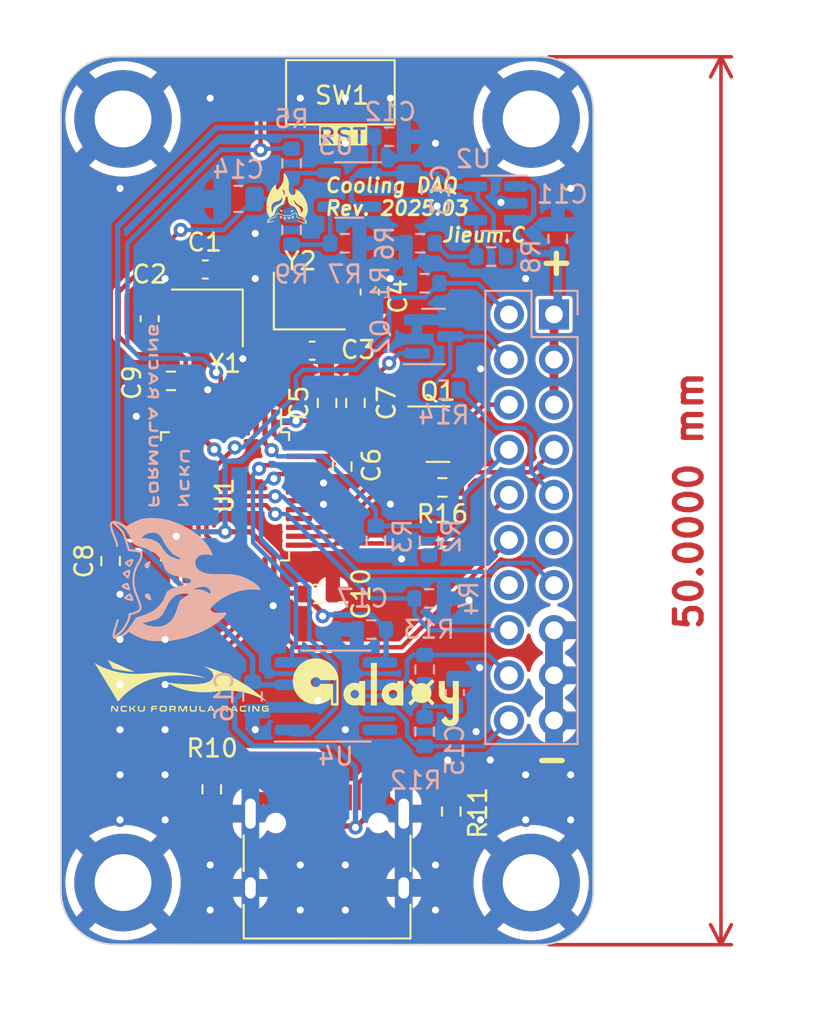
<source format=kicad_pcb>
(kicad_pcb (version 20221018) (generator pcbnew)
  (layers (0 "F.Cu" signal) (31 "B.Cu" signal) (34 "B.Paste" user) (35 "F.Paste" user) (36 "B.SilkS" user "B.Silkscreen") (37 "F.SilkS" user "F.Silkscreen") (38 "B.Mask" user) (39 "F.Mask" user) (44 "Edge.Cuts" user))
  (net 0 "")
  (net 1 "/RCC_OSC_IN")
  (net 2 "GND")
  (net 3 "/RCC_OSC_OUT")
  (net 4 "/LSE_IN")
  (net 5 "/LSE_OUT")
  (net 6 "+3V3")
  (net 7 "VDC")
  (net 8 "+5V")
  (net 9 "SYS_JTMS-SWDIO")
  (net 10 "SYS_JTCK-SWCLK")
  (net 11 "USART1")
  (net 12 "USART2")
  (net 13 "PT_signal")
  (net 14 "TIM1_CH1")
  (net 15 "Net-(J7-CC1)")
  (net 16 "USB_D-")
  (net 17 "USB_D+")
  (net 19 "Net-(J7-CC2)")
  (net 21 "ADC_CH1")
  (net 22 "Net-(SW1-B)")
  (net 23 "Net-(U2-ADJ)")
  (net 24 "Net-(U3-ADJ)")
  (net 46 "Net-(C15-Pad1)")
  (net 47 "CAN_TX")
  (net 48 "CAN_RX")
  (net 50 "CAN-")
  (net 51 "CAN+")
  (net 52 "PWM_OUT")
  (net 53 "PWM_OUT_2")
  (net 54 "PUMP_PWR")
  (net 55 "FAN_PWR")
  (net 56 "PUMP_PWM")
  (net 57 "FAN_PWM")
  (footprint "MountingHole:MountingHole_3.2mm_M3_ISO14580_Pad" (layer "F.Cu") (at 158.5 140.5)
    (fp_text reference "H4" hide)
    (fp_text value "MountingHole_Pad")
  )
  (footprint "Resistor_SMD:R_0603_1608Metric" (layer "F.Cu") (at 154 136.5 -90)
    (fp_text reference "R11")
    (fp_text value "5k1")
  )
  (footprint "MountingHole:MountingHole_3.2mm_M3_ISO14580_Pad" (layer "F.Cu") (at 135.5 140.5)
    (fp_text reference "H3" hide)
    (fp_text value "MountingHole_Pad")
  )
  (footprint "logo:fire_shark_4mm" (layer "F.Cu") (at 144.8 102)
    (fp_text reference "G***" hide)
    (fp_text value "LOGO" hide)
  )
  (footprint "Capacitor_SMD:C_0603_1608Metric" (layer "F.Cu") (at 140.136 105.976 180)
    (fp_text reference "C1")
    (fp_text value "20p")
  )
  (footprint "MountingHole:MountingHole_3.2mm_M3_ISO14580_Pad" (layer "F.Cu") (at 135.5 97.5)
    (fp_text reference "H2" hide)
    (fp_text value "MountingHole_Pad")
  )
  (footprint "Resistor_SMD:R_0603_1608Metric" (layer "F.Cu") (at 148.6 113.5 90)
    (fp_text reference "C7")
    (fp_text value "1u")
  )
  (footprint "Package_QFP:LQFP-48_7x7mm_P0.5mm" (layer "F.Cu") (at 141.25 118.75 -90)
    (fp_text reference "U1")
    (fp_text value "STM32F103C8Tx")
  )
  (footprint "Resistor_SMD:R_0603_1608Metric" (layer "F.Cu") (at 134.8 122.4 -90)
    (fp_text reference "C8")
    (fp_text value "100n")
  )
  (footprint "Resistor_SMD:R_0603_1608Metric" (layer "F.Cu") (at 153.5 118.25)
    (fp_text reference "R16")
    (fp_text value "10k")
  )
  (footprint "Capacitor_SMD:C_0603_1608Metric" (layer "F.Cu") (at 137 108.75 90)
    (fp_text reference "C2")
    (fp_text value "20p")
  )
  (footprint "logo:nckufs_logo_10mm" (layer "F.Cu") (at 138.8 129.4)
    (fp_text reference "G***" hide)
    (fp_text value "LOGO" hide)
  )
  (footprint "Resistor_SMD:R_0603_1608Metric" (layer "F.Cu") (at 146.5 124.25)
    (fp_text reference "C10")
    (fp_text value "100n")
  )
  (footprint "MountingHole:MountingHole_3.2mm_M3_ISO14580_Pad" (layer "F.Cu") (at 158.5 97.5)
    (fp_text reference "H1" hide)
    (fp_text value "MountingHole_Pad")
  )
  (footprint "Button_Switch_SMD:SW_SPST_FSMSM" (layer "F.Cu") (at 147.75 96 180)
    (fp_text reference "SW1")
    (fp_text value "SW_SPST")
  )
  (footprint "Connector_USB:USB_C_Receptacle_HRO_TYPE-C-31-M-12" (layer "F.Cu") (at 147 139.75)
    (fp_text reference "J7" hide)
    (fp_text value "USB_C_Receptacle_USB2.0_16P")
  )
  (footprint "Crystal:Crystal_SMD_SeikoEpson_FA238-4Pin_3.2x2.5mm" (layer "F.Cu") (at 140.25 108.708 180)
    (fp_text reference "Y1")
    (fp_text value "8M")
  )
  (footprint "Package_TO_SOT_SMD:SOT-23" (layer "F.Cu") (at 153.25 115.25)
    (fp_text reference "Q1")
    (fp_text value "2N7002")
  )
  (footprint "Capacitor_SMD:C_0603_1608Metric" (layer "F.Cu") (at 149.4 107.25 -90)
    (fp_text reference "C4")
    (fp_text value "20p")
  )
  (footprint "Resistor_SMD:R_0603_1608Metric" (layer "F.Cu") (at 138.202 112.25 180)
    (fp_text reference "C9")
    (fp_text value "100n")
  )
  (footprint "logo:galaxy_logo_10mm" (layer "F.Cu") (at 149.8 129.8)
    (fp_text reference "G***" hide)
    (fp_text value "LOGO" hide)
  )
  (footprint "Resistor_SMD:R_0603_1608Metric" (layer "F.Cu") (at 140.5 135.25 -90)
    (fp_text reference "R10")
    (fp_text value "5k1")
  )
  (footprint "Crystal:Crystal_SMD_SeikoEpson_FA238-4Pin_3.2x2.5mm" (layer "F.Cu") (at 146 107.75)
    (fp_text reference "Y2")
    (fp_text value "32.768k")
  )
  (footprint "Resistor_SMD:R_0603_1608Metric" (layer "F.Cu") (at 147 113.5 90)
    (fp_text reference "C5")
    (fp_text value "100n")
  )
  (footprint "Resistor_SMD:R_0603_1608Metric" (layer "F.Cu") (at 147.854 117.075 -90)
    (fp_text reference "C6")
    (fp_text value "100n")
  )
  (footprint "Capacitor_SMD:C_0603_1608Metric" (layer "F.Cu") (at 146.161 110.55)
    (fp_text reference "C3")
    (fp_text value "20p")
  )
  (footprint "Resistor_SMD:R_0603_1608Metric" (layer "B.Cu") (at 145 103.75 -90)
    (fp_text reference "R9")
    (fp_text value "165k")
  )
  (footprint "Resistor_SMD:R_0603_1608Metric" (layer "B.Cu") (at 148 104.5 180)
    (fp_text reference "R7")
    (fp_text value "100k")
  )
  (footprint "Capacitor_SMD:C_0603_1608Metric" (layer "B.Cu") (at 154.2 129.8 90)
    (fp_text reference "C15")
    (fp_text value "1u")
  )
  (footprint "Resistor_SMD:R_0603_1608Metric" (layer "B.Cu") (at 152.25 104.5)
    (fp_text reference "R6")
    (fp_text value "100k")
  )
  (footprint "Connector_PinHeader_2.54mm:PinHeader_2x10_P2.54mm_Vertical" (layer "B.Cu") (at 159.79 108.51 180)
    (fp_text reference "J1" hide)
    (fp_text value "Conn_02x10_Odd_Even")
  )
  (footprint "Resistor_SMD:R_0603_1608Metric" (layer "B.Cu") (at 153.575 112.75)
    (fp_text reference "R14")
    (fp_text value "10k")
  )
  (footprint "Package_TO_SOT_SMD:SOT-23-5" (layer "B.Cu") (at 156.5 102.25 180)
    (fp_text reference "U2")
    (fp_text value "AP2204K-ADJ")
  )
  (footprint "Resistor_SMD:R_0805_2012Metric" (layer "B.Cu") (at 142 102 180)
    (fp_text reference "C14")
    (fp_text value "10u")
  )
  (footprint "Resistor_SMD:R_0603_1608Metric" (layer "B.Cu") (at 152.75 124.5)
    (fp_text reference "R4")
    (fp_text value "4.7k")
  )
  (footprint "Resistor_SMD:R_0603_1608Metric" (layer "B.Cu") (at 150.5 98.5)
    (fp_text reference "C12")
    (fp_text value "1u")
  )
  (footprint "Resistor_SMD:R_0603_1608Metric" (layer "B.Cu") (at 149.5 126.25 180)
    (fp_text reference "C17")
    (fp_text value "100n")
  )
  (footprint "Package_TO_SOT_SMD:SOT-23" (layer "B.Cu") (at 153 109.75)
    (fp_text reference "Q2")
    (fp_text value "2N7002")
  )
  (footprint "Package_TO_SOT_SMD:SOT-23-5" (layer "B.Cu") (at 148.25 101.5 180)
    (fp_text reference "U3")
    (fp_text value "AP2204K-ADJ")
  )
  (footprint "Resistor_SMD:R_0603_1608Metric" (layer "B.Cu") (at 152.75 121.25 90)
    (fp_text reference "R2")
    (fp_text value "47k")
  )
  (footprint "Resistor_SMD:R_0805_2012Metric" (layer "B.Cu") (at 151.6 101.5 -90)
    (fp_text reference "C13")
    (fp_text value "10u")
  )
  (footprint "Resistor_SMD:R_0603_1608Metric" (layer "B.Cu") (at 152.5 106.75 180)
    (fp_text reference "R1")
    (fp_text value "4.7k")
  )
  (footprint "Resistor_SMD:R_0603_1608Metric" (layer "B.Cu") (at 142.8 130.025 -90)
    (fp_text reference "C16")
    (fp_text value "100n")
  )
  (footprint "Package_SO:SOIC-8_3.9x4.9mm_P1.27mm" (layer "B.Cu") (at 147.5 130)
    (fp_text reference "U4")
    (fp_text value "SN65HVD256D")
  )
  (footprint "Resistor_SMD:R_0603_1608Metric" (layer "B.Cu") (at 152.5 128.5 90)
    (fp_text reference "R13")
    (fp_text value "60R")
  )
  (footprint "Resistor_SMD:R_0603_1608Metric" (layer "B.Cu") (at 156.25 105.25 180)
    (fp_text reference "R8")
    (fp_text value "301k")
  )
  (footprint "Resistor_SMD:R_0603_1608Metric" (layer "B.Cu") (at 149.75 121.25 -90)
    (fp_text reference "R3")
    (fp_text value "100k")
  )
  (footprint "Resistor_SMD:R_0603_1608Metric" (layer "B.Cu") (at 160 104.25 90)
    (fp_text reference "C11")
    (fp_text value "1u")
  )
  (footprint "Resistor_SMD:R_0603_1608Metric" (layer "B.Cu") (at 145 100 90)
    (fp_text reference "R5")
    (fp_text value "10k")
  )
  (footprint "logo:fire_shark_logo_20mm" (layer "B.Cu") (at 139.563963 118.188058 90)
    (fp_text reference "G***" hide)
    (fp_text value "LOGO" hide)
  )
  (footprint "Resistor_SMD:R_0603_1608Metric" (layer "B.Cu") (at 152.5 132 90)
    (fp_text reference "R12")
    (fp_text value "60R")
  )
  (gr_line (start 132 97) (end 132 140.97868) (stroke (width 0.1)) (layer "Edge.Cuts"))
  (gr_arc (start 162 141) (mid 161.12132 143.12132) (end 159 144) (stroke (width 0.1)) (layer "Edge.Cuts"))
  (gr_line (start 135 143.97868) (end 159 144) (stroke (width 0.1)) (layer "Edge.Cuts"))
  (gr_line (start 135 94) (end 159 94) (stroke (width 0.1)) (layer "Edge.Cuts"))
  (gr_arc (start 159 94) (mid 161.12132 94.87868) (end 162 97) (stroke (width 0.1)) (layer "Edge.Cuts"))
  (gr_line (start 162 141) (end 162 97) (stroke (width 0.1)) (layer "Edge.Cuts"))
  (gr_arc (start 135 143.9787) (mid 132.878673 143.100013) (end 132 140.97868) (stroke (width 0.1)) (layer "Edge.Cuts"))
  (gr_arc (start 132 97) (mid 132.87868 94.87868) (end 135 94) (stroke (width 0.1)) (layer "Edge.Cuts"))
  (gr_text "RST" (at 146.38125 98.9375) (layer "F.SilkS" knockout) (effects (font (size 0.8 1)) (justify left bottom)))
  (gr_text "Jieum.C\n" (at 153.4 104.5) (layer "F.SilkS") (effects (font (size 0.8 0.8) (thickness 0.16) bold italic) (justify left bottom)))
  (gr_text "+" (at 158.8 106.4) (layer "F.SilkS") (effects (font (size 1.5 1.5) (thickness 0.3) bold) (justify left bottom)))
  (gr_text "-" (at 160.8 134.4) (layer "F.SilkS") (effects (font (size 1.5 1.5) (thickness 0.3) bold) (justify left bottom mirror)))
  (gr_text "Cooling DAQ\nRev. 2025.03\n" (at 146.8 103) (layer "F.SilkS") (effects (font (size 0.8 0.8) (thickness 0.16) bold italic) (justify left bottom)))
  (dimension (type aligned) (layer "F.Cu") (pts (xy 159 94) (xy 159 144)) (height -10.2) (gr_text "50.0000 mm" (at 167.4 119 90) (layer "F.Cu") (effects (font (size 1.5 1.5) (thickness 0.3)))) (format (prefix "") (suffix "") (units 3) (units_format 1) (precision 4)) (style (thickness 0.2) (arrow_length 1.27) (text_position_mode 0) (extension_height 0.58642) (extension_offset 0.5) keep_text_aligned))
  (segment (start 142 112.663208) (end 142 114.5875) (width 0.25) (layer "F.Cu") (net 1))
  (segment (start 140.911 107.469) (end 141.35 107.908) (width 0.25) (layer "F.Cu") (net 1))
  (segment (start 143 108.5) (end 143 111.663208) (width 0.25) (layer "F.Cu") (net 1))
  (segment (start 141.35 107.908) (end 142.408 107.908) (width 0.25) (layer "F.Cu") (net 1))
  (segment (start 140.911 105.976) (end 140.911 107.469) (width 0.25) (layer "F.Cu") (net 1))
  (segment (start 142.408 107.908) (end 143 108.5) (width 0.25) (layer "F.Cu") (net 1))
  (segment (start 143 111.663208) (end 142 112.663208) (width 0.25) (layer "F.Cu") (net 1))
  (segment (start 137.377 112.25) (end 137.377 113.123) (width 0.25) (layer "F.Cu") (net 2))
  (segment (start 146.8 118) (end 147.754 118) (width 0.25) (layer "F.Cu") (net 2))
  (segment (start 140.2755 112.75) (end 140.25 112.7755) (width 0.25) (layer "F.Cu") (net 2))
  (segment (start 142.25 111) (end 141.35 110.1) (width 0.25) (layer "F.Cu") (net 2))
  (segment (start 135.75 114.75) (end 136.25 114.25) (width 0.25) (layer "F.Cu") (net 2))
  (segment (start 150.405 135.705) (end 151.32 136.62) (width 0.3) (layer "F.Cu") (net 2))
  (segment (start 143.75 135.705) (end 143.595 135.705) (width 0.3) (layer "F.Cu") (net 2))
  (segment (start 150.25 135.705) (end 150.405 135.705) (width 0.3) (layer "F.Cu") (net 2))
  (segment (start 145.4125 118) (end 146.8 118) (width 0.25) (layer "F.Cu") (net 2))
  (segment (start 140.25 113.397918) (end 140.5 113.647918) (width 0.25) (layer "F.Cu") (net 2))
  (segment (start 146.8 117) (end 146.8 118) (width 0.25) (layer "F.Cu") (net 2))
  (segment (start 142.68 136.62) (end 142.835 136.62) (width 0.25) (layer "F.Cu") (net 2))
  (segment (start 141.35 110.1) (end 141.35 109.508) (width 0.25) (layer "F.Cu") (net 2))
  (segment (start 146.3 116.5) (end 146.8 117) (width 0.25) (layer "F.Cu") (net 2))
  (segment (start 140.25 112.7755) (end 140.25 113.397918) (width 0.25) (layer "F.Cu") (net 2))
  (segment (start 143.595 135.705) (end 142.68 136.62) (width 0.3) (layer "F.Cu") (net 2))
  (segment (start 137.377 113.123) (end 136.25 114.25) (width 0.25) (layer "F.Cu") (net 2))
  (segment (start 140.5 113.647918) (end 140.5 114.5875) (width 0.25) (layer "F.Cu") (net 2))
  (segment (start 143.5 122.9125) (end 143.5 124.448684) (width 0.3) (layer "F.Cu") (net 2))
  (segment (start 137.0875 121) (end 136.284314 121) (width 0.25) (layer "F.Cu") (net 2))
  (segment (start 136.284314 121) (end 135.75 120.465686) (width 0.25) (layer "F.Cu") (net 2))
  (segment (start 135.75 120.465686) (end 135.75 114.75) (width 0.25) (layer "F.Cu") (net 2))
  (segment (start 143.5 124.448684) (end 143.962829 124.911513) (width 0.3) (layer "F.Cu") (net 2))
  (segment (start 147.754 118) (end 147.854 117.9) (width 0.25) (layer "F.Cu") (net 2))
  (segment (start 145.4125 116.5) (end 146.3 116.5) (width 0.25) (layer "F.Cu") (net 2))
  (via (at 135.33 134.43) (size 0.8) (drill 0.4) (layers "F.Cu" "B.Cu") (net 2))
  (via (at 142.25 111) (size 0.8) (drill 0.4) (layers "F.Cu" "B.Cu") (net 2))
  (via (at 137.87 126.81) (size 0.8) (drill 0.4) (layers "F.Cu" "B.Cu") (net 2))
  (via (at 145.49 142.05) (size 0.8) (drill 0.4) (layers "F.Cu" "B.Cu") (net 2))
  (via (at 136.25 114.25) (size 0.8) (drill 0.4) (layers "F.Cu" "B.Cu") (net 2))
  (via (at 135.33 124.27) (size 0.8) (drill 0.4) (layers "F.Cu" "B.Cu") (net 2))
  (via (at 140.2755 112.75) (size 0.8) (drill 0.4) (layers "F.Cu" "B.Cu") (net 2))
  (via (at 148.03 139.51) (size 0.8) (drill 0.4) (layers "F.Cu" "B.Cu") (net 2))
  (via (at 148.03 98.87) (size 0.8) (drill 0.4) (layers "F.Cu" "B.Cu") (net 2))
  (via (at 148.03 131.89) (size 0.8) (drill 0.4) (layers "F.Cu" "B.Cu") (net 2))
  (via (at 140.41 142.05) (size 0.8) (drill 0.4) (layers "F.Cu" "B.Cu") (net 2))
  (via (at 142.95 106.49) (size 0.8) (drill 0.4) (layers "F.Cu" "B.Cu") (net 2))
  (via (at 137.87 106.49) (size 0.8) (drill 0.4) (layers "F.Cu" "B.Cu") (net 2))
  (via (at 140.41 96.33) (size 0.8) (drill 0.4) (layers "F.Cu" "B.Cu") (net 2))
  (via (at 153.2 102.4) (size 0.8) (drill 0.4) (layers "F.Cu" "B.Cu") (net 2))
  (via (at 151.2 122.275) (size 0.8) (drill 0.4) (layers "F.Cu" "B.Cu") (net 2))
  (via (at 146.5 130.25) (size 0.8) (drill 0.4) (layers "F.Cu" "B.Cu") (net 2))
  (via (at 135.33 136.97) (size 0.8) (drill 0.4) (layers "F.Cu" "B.Cu") (net 2))
  (via (at 137.87 131.89) (size 0.8) (drill 0.4) (layers "F.Cu" "B.Cu") (net 2))
  (via (at 160.73 134.43) (size 0.8) (drill 0.4) (layers "F.Cu" "B.Cu") (net 2))
  (via (at 143.962829 124.911513) (size 0.8) (drill 0.4) (layers "F.Cu" "B.Cu") (net 2))
  (via (at 148.03 142.05) (size 0.8) (drill 0.4) (layers "F.Cu" "B.Cu") (net 2))
  (via (at 158.19 106.49) (size 0.8) (drill 0.4) (layers "F.Cu" "B.Cu") (net 2))
  (via (at 142.95 103.95) (size 0.8) (drill 0.4) (layers "F.Cu" "B.Cu") (net 2))
  (via (at 135.33 101.41) (size 0.8) (drill 0.4) (layers "F.Cu" "B.Cu") (net 2))
  (via (at 153.8 133.6) (size 0.8) (drill 0.4) (layers "F.Cu" "B.Cu") (net 2))
  (via (at 158.19 134.43) (size 0.8) (drill 0.4) (layers "F.Cu" "B.Cu") (net 2))
  (via (at 153.11 98.87) (size 0.8) (drill 0.4) (layers "F.Cu" "B.Cu") (net 2))
  (via (at 146.8 119.2) (size 0.8) (drill 0.4) (layers "F.Cu" "B.Cu") (net 2))
  (via (at 145.49 96.33) (size 0.8) (drill 0.4) (layers "F.Cu" "B.Cu") (net 2))
  (via (at 160.73 136.97) (size 0.8) (drill 0.4) (layers "F.Cu" "B.Cu") (net 2))
  (via (at 156.2 133.6) (size 0.8) (drill 0.4) (layers "F.Cu" "B.Cu") (net 2))
  (via (at 145.49 139.51) (size 0.8) (drill 0.4) (layers "F.Cu" "B.Cu") (net 2))
  (via (at 158.19 136.97) (size 0.8) (drill 0.4) (layers "F.Cu" "B.Cu") (net 2))
  (via (at 135.33 131.89) (size 0.8) (drill 0.4) (layers "F.Cu" "B.Cu") (net 2))
  (via (at 150.57 106.49) (size 0.8) (drill 0.4) (layers "F.Cu" "B.Cu") (net 2))
  (via (at 155.6 128.4) (size 0.8) (drill 0.4) (layers "F.Cu" "B.Cu") (net 2))
  (via (at 137.87 134.43) (size 0.8) (drill 0.4) (layers "F.Cu" "B.Cu") (net 2))
  (via (at 140.41 139.51) (size 0.8) (drill 0.4) (layers "F.Cu" "B.Cu") (net 2))
  (via (at 153.11 142.05) (size 0.8) (drill 0.4) (layers "F.Cu" "B.Cu") (net 2))
  (via (at 155.4 132) (size 0.8) (drill 0.4) (layers "F.Cu" "B.Cu") (net 2))
  (via (at 156.8 102.2) (size 0.8) (drill 0.4) (layers "F.Cu" "B.Cu") (net 2))
  (via (at 153.11 139.51) (size 0.8) (drill 0.4) (layers "F.Cu" "B.Cu") (net 2))
  (via (at 135.33 126.81) (size 0.8) (drill 0.4) (layers "F.Cu" "B.Cu") (net 2))
  (via (at 142.95 131.89) (size 0.8) (drill 0.4) (layers "F.Cu" "B.Cu") (net 2))
  (via (at 150.57 119.19) (size 0.8) (drill 0.4) (layers "F.Cu" "B.Cu") (net 2))
  (via (at 155 124.6) (size 0.8) (drill 0.4) (layers "F.Cu" "B.Cu") (net 2))
  (via (at 150.57 96.33) (size 0.8) (drill 0.4) (layers "F.Cu" "B.Cu") (net 2))
  (via (at 137.87 136.97) (size 0.8) (drill 0.4) (layers "F.Cu" "B.Cu") (net 2))
  (via (at 160.73 101.41) (size 0.8) (drill 0.4) (layers "F.Cu" "B.Cu") (net 2))
  (via (at 135.33 129.35) (size 0.8) (drill 0.4) (layers "F.Cu" "B.Cu") (net 2))
  (via (at 146.8 118) (size 0.8) (drill 0.4) (layers "F.Cu" "B.Cu") (net 2))
  (via (at 148.03 96.33) (size 0.8) (drill 0.4) (layers "F.Cu" "B.Cu") (net 2))
  (via (at 155.65 111.57) (size 0.8) (drill 0.4) (layers "F.Cu" "B.Cu") (net 2))
  (via (at 137.87 129.35) (size 0.8) (drill 0.4) (layers "F.Cu" "B.Cu") (net 2))
  (via (at 155.65 136.97) (size 0.8) (drill 0.4) (layers "F.Cu" "B.Cu") (net 2))
  (segment (start 140.2755 112.75) (end 141.25 112.75) (width 0.25) (layer "B.Cu") (net 2))
  (segment (start 146.115 130.635) (end 146.5 130.25) (width 0.25) (layer "B.Cu") (net 2))
  (segment (start 145.025 130.635) (end 146.115 130.635) (width 0.25) (layer "B.Cu") (net 2))
  (segment (start 156.85 102.25) (end 156.8 102.2) (width 0.25) (layer "B.Cu") (net 2))
  (segment (start 150.6875 101.5) (end 151.6 102.4125) (width 0.3) (layer "B.Cu") (net 2))
  (segment (start 157.6375 102.25) (end 156.85 102.25) (width 0.25) (layer "B.Cu") (net 2))
  (segment (start 141.25 112.75) (end 142.25 111.75) (width 0.25) (layer "B.Cu") (net 2))
  (segment (start 149.3875 101.5) (end 150.6875 101.5) (width 0.3) (layer "B.Cu") (net 2))
  (segment (start 142.25 111.75) (end 142.25 111) (width 0.25) (layer "B.Cu") (net 2))
  (segment (start 139.525 109.525) (end 137 109.525) (width 0.25) (layer "F.Cu") (net 3))
  (segment (start 141.5 114.5875) (end 141.5 111.5) (width 0.25) (layer "F.Cu") (net 3))
  (segment (start 141.5 111.5) (end 139.525 109.525) (width 0.25) (layer "F.Cu") (net 3))
  (segment (start 144.65 109.814) (end 145.386 110.55) (width 0.25) (layer "F.Cu") (net 4))
  (segment (start 143 114.5875) (end 143 112.936) (width 0.25) (layer "F.Cu") (net 4))
  (segment (start 143 112.936) (end 145.386 110.55) (width 0.25) (layer "F.Cu") (net 4))
  (segment (start 144.65 108.55) (end 144.65 109.814) (width 0.25) (layer "F.Cu") (net 4))
  (segment (start 143.5 107.5) (end 144.05 106.95) (width 0.25) (layer "F.Cu") (net 5))
  (segment (start 149.4 106.475) (end 147.575 106.475) (width 0.25) (layer "F.Cu") (net 5))
  (segment (start 147.575 106.475) (end 147.1 106.95) (width 0.25) (layer "F.Cu") (net 5))
  (segment (start 142.55 113.734314) (end 142.55 112.749604) (width 0.25) (layer "F.Cu") (net 5))
  (segment (start 143.5 111.799604) (end 143.5 107.5) (width 0.25) (layer "F.Cu") (net 5))
  (segment (start 144.05 106.95) (end 147.1 106.95) (width 0.25) (layer "F.Cu") (net 5))
  (segment (start 142.475 114.5625) (end 142.5 114.5875) (width 0.25) (layer "F.Cu") (net 5))
  (segment (start 142.55 112.749604) (end 143.5 111.799604) (width 0.25) (layer "F.Cu") (net 5))
  (segment (start 142.525 113.759314) (end 142.55 113.734314) (width 0.25) (layer "F.Cu") (net 5))
  (segment (start 142.525 114.5625) (end 142.525 113.759314) (width 0.25) (layer "F.Cu") (net 5))
  (segment (start 142.5 114.5875) (end 142.525 114.5625) (width 0.25) (layer "F.Cu") (net 5))
  (segment (start 144.2 124.2) (end 145.625 124.2) (width 0.3) (layer "F.Cu") (net 6))
  (segment (start 148.5 114.325) (end 148.75 114.075) (width 0.25) (layer "F.Cu") (net 6))
  (segment (start 145.1625 114.5875) (end 145.25 114.5) (width 0.3) (layer "F.Cu") (net 6))
  (segment (start 138.75 103.75) (end 135.254769 107.245231) (width 0.25) (layer "F.Cu") (net 6))
  (segment (start 144 122.9125) (end 144 124) (width 0.3) (layer "F.Cu") (net 6))
  (segment (start 145.25 114.5) (end 146.825 114.5) (width 0.25) (layer "F.Cu") (net 6))
  (segment (start 139.027 112.146) (end 139.027 112.811314) (width 0.25) (layer "F.Cu") (net 6))
  (segment (start 146.75 125.5) (end 146.75 125.325) (width 0.3) (layer "F.Cu") (net 6))
  (segment (start 137.0875 121.5) (end 134.875 121.5) (width 0.3) (layer "F.Cu") (net 6))
  (segment (start 145.625 124.2) (end 145.675 124.25) (width 0.3) (layer "F.Cu") (net 6))
  (segment (start 147.854 116.25) (end 147.604 116) (width 0.3) (layer "F.Cu") (net 6))
  (segment (start 144 122.07188) (end 144 122.9125) (width 0.3) (layer "F.Cu") (net 6))
  (segment (start 135.254769 107.245231) (end 135.254769 109.745231) (width 0.25) (layer "F.Cu") (net 6))
  (segment (start 140 115.475402) (end 140.637299 116.112701) (width 0.3) (layer "F.Cu") (net 6))
  (segment (start 138 121.5) (end 137.0875 121.5) (width 0.3) (layer "F.Cu") (net 6))
  (segment (start 146.75 125.325) (end 145.675 124.25) (width 0.3) (layer "F.Cu") (net 6))
  (segment (start 135.254769 109.745231) (end 135.504769 109.995231) (width 0.25) (layer "F.Cu") (net 6))
  (segment (start 139.027 111.027) (end 139.027 112.25) (width 0.25) (layer "F.Cu") (net 6))
  (segment (start 147.604 116) (end 145.4125 116) (width 0.3) (layer "F.Cu") (net 6))
  (segment (start 144 114.5875) (end 145.1625 114.5875) (width 0.3) (layer "F.Cu") (net 6))
  (segment (start 144 124) (end 144.2 124.2) (width 0.3) (layer "F.Cu") (net 6))
  (segment (start 142.67812 120.75) (end 144 122.07188) (width 0.3) (layer "F.Cu") (net 6))
  (segment (start 139.027 112.811314) (end 140 113.784314) (width 0.25) (layer "F.Cu") (net 6))
  (segment (start 147 114.325) (end 148.6 114.325) (width 0.3) (layer "F.Cu") (net 6))
  (segment (start 144.75 116) (end 144 115.25) (width 0.25) (layer "F.Cu") (net 6))
  (segment (start 138.5 121) (end 138 121.5) (width 0.3) (layer "F.Cu") (net 6))
  (segment (start 146.825 114.5) (end 147 114.325) (width 0.25) (layer "F.Cu") (net 6))
  (segment (start 136.259538 110.75) (end 138.75 110.75) (width 0.25) (layer "F.Cu") (net 6))
  (segment (start 134.875 121.5) (end 134.8 121.575) (width 0.3) (layer "F.Cu") (net 6))
  (segment (start 138.75 110.75) (end 139.027 111.027) (width 0.25) (layer "F.Cu") (net 6))
  (segment (start 144 115.25) (end 144 114.5875) (width 0.25) (layer "F.Cu") (net 6))
  (segment (start 141.25 120.75) (end 142.67812 120.75) (width 0.3) (layer "F.Cu") (net 6))
  (segment (start 135.504769 109.995231) (end 136.259538 110.75) (width 0.25) (layer "F.Cu") (net 6))
  (segment (start 145.4125 116) (end 144.75 116) (width 0.25) (layer "F.Cu") (net 6))
  (segment (start 140 114.5875) (end 140 115.475402) (width 0.3) (layer "F.Cu") (net 6))
  (segment (start 140 113.784314) (end 140 114.5875) (width 0.25) (layer "F.Cu") (net 6))
  (via (at 141.25 120.75) (size 0.8) (drill 0.4) (layers "F.Cu" "B.Cu") (net 6))
  (via (at 138.5 121) (size 0.8) (drill 0.4) (layers "F.Cu" "B.Cu") (net 6))
  (via (at 146.75 125.5) (size 0.8) (drill 0.4) (layers "F.Cu" "B.Cu") (net 6))
  (via (at 145.25 114.5) (size 0.8) (drill 0.4) (layers "F.Cu" "B.Cu") (net 6))
  (via (at 140.637299 116.112701) (size 0.8) (drill 0.4) (layers "F.Cu" "B.Cu") (net 6))
  (via (at 138.75 103.75) (size 0.8) (drill 0.4) (layers "F.Cu" "B.Cu") (net 6))
  (segment (start 145.275 100.55) (end 145 100.825) (width 0.25) (layer "B.Cu") (net 6))
  (segment (start 144.465907 114.5) (end 145.25 114.5) (width 0.3) (layer "B.Cu") (net 6))
  (segment (start 150.325 126.25) (end 150.325 127.745) (width 0.3) (layer "B.Cu") (net 6))
  (segment (start 145 102.925) (end 145 100.825) (width 0.25) (layer "B.Cu") (net 6))
  (segment (start 147.1125 100.55) (end 145.275 100.55) (width 0.25) (layer "B.Cu") (net 6))
  (segment (start 141.25 116.725402) (end 140.637299 116.112701) (width 0.3) (layer "B.Cu") (net 6))
  (segment (start 143.825 102) (end 145 100.825) (width 0.25) (layer "B.Cu") (net 6))
  (segment (start 141.1625 103.75) (end 138.75 103.75) (width 0.25) (layer "B.Cu") (net 6))
  (segment (start 141.25 120.75) (end 141.25 116.725402) (width 0.3) (layer "B.Cu") (net 6))
  (segment (start 142.19659 116.769317) (end 144.465907 114.5) (width 0.3) (layer "B.Cu") (net 6))
  (segment (start 138.75 120.75) (end 138.5 121) (width 0.3) (layer "B.Cu") (net 6))
  (segment (start 150.325 127.745) (end 149.975 128.095) (width 0.3) (layer "B.Cu") (net 6))
  (segment (start 149.5 125.425) (end 150.325 126.25) (width 0.3) (layer "B.Cu") (net 6))
  (segment (start 142.9125 102) (end 141.1625 103.75) (width 0.25) (layer "B.Cu") (net 6))
  (segment (start 141.293915 116.769317) (end 142.19659 116.769317) (width 0.3) (layer "B.Cu") (net 6))
  (segment (start 146.825 125.425) (end 149.5 125.425) (width 0.3) (layer "B.Cu") (net 6))
  (segment (start 140.637299 116.112701) (end 141.293915 116.769317) (width 0.3) (layer "B.Cu") (net 6))
  (segment (start 142.9125 102) (end 143.825 102) (width 0.25) (layer "B.Cu") (net 6))
  (segment (start 146.75 125.5) (end 146.825 125.425) (width 0.3) (layer "B.Cu") (net 6))
  (segment (start 141.25 120.75) (end 138.75 120.75) (width 0.3) (layer "B.Cu") (net 6))
  (segment (start 159.79 108.51) (end 159.79 113.59) (width 0.5) (layer "F.Cu") (net 7))
  (segment (start 158.65 102.899999) (end 158.349999 103.2) (width 0.3) (layer "B.Cu") (net 7))
  (segment (start 160 105.075) (end 160 108.3) (width 0.5) (layer "B.Cu") (net 7))
  (segment (start 160 108.3) (end 159.79 108.51) (width 0.25) (layer "B.Cu") (net 7))
  (segment (start 157.6375 104.0375) (end 158.675 105.075) (width 0.4) (layer "B.Cu") (net 7))
  (segment (start 158.5 101.3) (end 158.65 101.45) (width 0.3) (layer "B.Cu") (net 7))
  (segment (start 158.65 101.45) (end 158.65 102.899999) (width 0.3) (layer "B.Cu") (net 7))
  (segment (start 158.675 105.075) (end 159.5125 105.075) (width 0.4) (layer "B.Cu") (net 7))
  (segment (start 157.6375 101.3) (end 158.5 101.3) (width 0.3) (layer "B.Cu") (net 7))
  (segment (start 157.6375 103.2) (end 157.6375 104.0375) (width 0.4) (layer "B.Cu") (net 7))
  (segment (start 158.349999 103.2) (end 157.6375 103.2) (width 0.3) (layer "B.Cu") (net 7))
  (segment (start 159.5125 105.075) (end 160 105.075) (width 0.25) (layer "B.Cu") (net 7))
  (segment (start 148.515 137.315) (end 145.300305 137.315) (width 0.3) (layer "F.Cu") (net 8))
  (segment (start 144.55 136.564695) (end 144.55 135.705) (width 0.3) (layer "F.Cu") (net 8))
  (segment (start 148.6 137.4) (end 148.614695 137.4) (width 0.3) (layer "F.Cu") (net 8))
  (segment (start 145.300305 137.315) (end 144.55 136.564695) (width 0.3) (layer "F.Cu") (net 8))
  (segment (start 149.45 136.564695) (end 149.45 135.705) (width 0.3) (layer "F.Cu") (net 8))
  (segment (start 148.614695 137.4) (end 149.45 136.564695) (width 0.3) (layer "F.Cu") (net 8))
  (segment (start 148.6 137.4) (end 148.515 137.315) (width 0.3) (layer "F.Cu") (net 8))
  (via (at 148.6 137.4) (size 0.8) (drill 0.4) (layers "F.Cu" "B.Cu") (net 8))
  (segment (start 157.075 105.0617) (end 156.3849 104.3716) (width 0.25) (layer "B.Cu") (net 8))
  (segment (start 148.6 137.4) (end 148.6 134) (width 0.3) (layer "B.Cu") (net 8))
  (segment (start 148.6 134) (end 147.4 132.8) (width 0.3) (layer "B.Cu") (net 8))
  (segment (start 147.4 132.8) (end 142.799339 132.8) (width 0.3) (layer "B.Cu") (net 8))
  (segment (start 149 98) (end 140.75 98) (width 0.3) (layer "B.Cu") (net 8))
  (segment (start 135.2 103.55) (end 135.2 120.2) (width 0.3) (layer "B.Cu") (net 8))
  (segment (start 153.1875 100.5875) (end 153.3 100.7) (width 0.3) (layer "B.Cu") (net 8))
  (segment (start 149.675 98.5) (end 149.675 100.2625) (width 0.3) (layer "B.Cu") (net 8))
  (segment (start 155.5 102.003248) (end 155.5 101.4375) (width 0.25) (layer "B.Cu") (net 8))
  (segment (start 142.8 127.8) (end 142.8 129.2) (width 0.3) (layer "B.Cu") (net 8))
  (segment (start 148.375 100.900001) (end 148.375 102.1) (width 0.3) (layer "B.Cu") (net 8))
  (segment (start 153.9 101.3) (end 153.3 100.7) (width 0.3) (layer "B.Cu") (net 8))
  (segment (start 156.3849 104.3716) (end 156.3849 102.888148) (width 0.25) (layer "B.Cu") (net 8))
  (segment (start 149.675 100.2625) (end 149.3875 100.55) (width 0.3) (layer "B.Cu") (net 8))
  (segment (start 140.75 98) (end 135.2 103.55) (width 0.3) (layer "B.Cu") (net 8))
  (segment (start 153.5 100.9) (end 153.9 101.3) (width 0.25) (layer "B.Cu") (net 8))
  (segment (start 142.799339 132.8) (end 141.8 131.800661) (width 0.3) (layer "B.Cu") (net 8))
  (segment (start 148.725 102.45) (end 149.3875 102.45) (width 0.3) (layer "B.Cu") (net 8))
  (segment (start 141.8 130.2) (end 142.8 129.2) (width 0.3) (layer "B.Cu") (net 8))
  (segment (start 151.6 100.5875) (end 153.1875 100.5875) (width 0.3) (layer "B.Cu") (net 8))
  (segment (start 153.3 100.7) (end 153.5 100.9) (width 0.3) (layer "B.Cu") (net 8))
  (segment (start 155.5 101.4375) (end 155.3625 101.3) (width 0.25) (layer "B.Cu") (net 8))
  (segment (start 157.075 105.25) (end 157.075 105.0617) (width 0.25) (layer "B.Cu") (net 8))
  (segment (start 151.6 100.5875) (end 149.425 100.5875) (width 0.3) (layer "B.Cu") (net 8))
  (segment (start 141.8 131.800661) (end 141.8 130.2) (width 0.3) (layer "B.Cu") (net 8))
  (segment (start 149.3875 98.7875) (end 149.675 98.5) (width 0.25) (layer "B.Cu") (net 8))
  (segment (start 149.425 100.5875) (end 149.3875 100.55) (width 0.3) (layer "B.Cu") (net 8))
  (segment (start 155.3625 101.3) (end 153.9 101.3) (width 0.3) (layer "B.Cu") (net 8))
  (segment (start 149.175 98) (end 149 98) (width 0.3) (layer "B.Cu") (net 8))
  (segment (start 148.375 102.1) (end 148.725 102.45) (width 0.3) (layer "B.Cu") (net 8))
  (segment (start 156.3849 102.888148) (end 155.5 102.003248) (width 0.25) (layer "B.Cu") (net 8))
  (segment (start 145.025 129.365) (end 142.965 129.365) (width 0.3) (layer "B.Cu") (net 8))
  (segment (start 149.675 98.5) (end 149.175 98) (width 0.3) (layer "B.Cu") (net 8))
  (segment (start 135.2 120.2) (end 142.8 127.8) (width 0.3) (layer "B.Cu") (net 8))
  (segment (start 149.3875 100.55) (end 148.725001 100.55) (width 0.3) (layer "B.Cu") (net 8))
  (segment (start 148.725001 100.55) (end 148.375 100.900001) (width 0.3) (layer "B.Cu") (net 8))
  (segment (start 142.965 129.365) (end 142.8 129.2) (width 0.3) (layer "B.Cu") (net 8))
  (segment (start 143 125) (end 145.25 127.25) (width 0.25) (layer "F.Cu") (net 9))
  (segment (start 143 122.9125) (end 143 125) (width 0.25) (layer "F.Cu") (net 9))
  (segment (start 145.25 127.25) (end 151.21 127.25) (width 0.25) (layer "F.Cu") (net 9))
  (segment (start 151.21 127.25) (end 157.25 121.21) (width 0.25) (layer "F.Cu") (net 9))
  (segment (start 147.486396 121.4) (end 154.52 121.4) (width 0.25) (layer "F.Cu") (net 10))
  (segment (start 145.4125 121.5) (end 147.386396 121.5) (width 0.25) (layer "F.Cu") (net 10))
  (segment (start 154.52 121.4) (end 157.25 118.67) (width 0.25) (layer "F.Cu") (net 10))
  (segment (start 147.386396 121.5) (end 147.486396 121.4) (width 0.25) (layer "F.Cu") (net 10))
  (segment (start 144.0755 119.749503) (end 144.049698 119.749503) (width 0.25) (layer "F.Cu") (net 11))
  (segment (start 140.2 119.936396) (end 140.2 120.95) (width 0.25) (layer "F.Cu") (net 11))
  (segment (start 140.886396 119.25) (end 140.2 119.936396) (width 0.25) (layer "F.Cu") (net 11))
  (segment (start 141 121.75) (end 141 122.9125) (width 0.25) (layer "F.Cu") (net 11))
  (segment (start 140.2 120.95) (end 141 121.75) (width 0.25) (layer "F.Cu") (net 11))
  (segment (start 143.550195 119.25) (end 140.886396 119.25) (width 0.25) (layer "F.Cu") (net 11))
  (segment (start 144.049698 119.749503) (end 143.550195 119.25) (width 0.25) (layer "F.Cu") (net 11))
  (via (at 144.0755 119.749503) (size 0.8) (drill 0.4) (layers "F.Cu" "B.Cu") (net 11))
  (segment (start 144.749503 119.749503) (end 149.5 124.5) (width 0.25) (layer "B.Cu") (net 11))
  (segment (start 149.5 124.5) (end 151.925 124.5) (width 0.25) (layer "B.Cu") (net 11))
  (segment (start 151.925 125.425) (end 152.79 126.29) (width 0.25) (layer "B.Cu") (net 11))
  (segment (start 144.0755 119.749503) (end 144.749503 119.749503) (width 0.25) (layer "B.Cu") (net 11))
  (segment (start 152.79 126.29) (end 157.25 126.29) (width 0.25) (layer "B.Cu") (net 11))
  (segment (start 151.925 124.5) (end 151.925 125.425) (width 0.25) (layer "B.Cu") (net 11))
  (segment (start 141.8 116) (end 140.8 117) (width 0.25) (layer "F.Cu") (net 12))
  (segment (start 140.8 117) (end 140.107236 117) (width 0.25) (layer "F.Cu") (net 12))
  (segment (start 140.107236 117) (end 138.5 115.392764) (width 0.25) (layer "F.Cu") (net 12))
  (segment (start 138.5 115.392764) (end 138.5 114.5875) (width 0.25) (layer "F.Cu") (net 12))
  (via (at 141.8 116) (size 0.8) (drill 0.4) (layers "F.Cu" "B.Cu") (net 12))
  (segment (start 145.25 112) (end 145.625 111.625) (width 0.25) (layer "B.Cu") (net 12))
  (segment (start 150.5 109.75) (end 150.5 107.75) (width 0.25) (layer "B.Cu") (net 12))
  (segment (start 150.5 107.75) (end 150.7 107.55) (width 0.25) (layer "B.Cu") (net 12))
  (segment (start 148.625 111.625) (end 150.5 109.75) (width 0.25) (layer "B.Cu") (net 12))
  (segment (start 150.7 107.55) (end 152.525 107.55) (width 0.25) (layer "B.Cu") (net 12))
  (segment (start 152.525 107.55) (end 153.325 106.75) (width 0.25) (layer "B.Cu") (net 12))
  (segment (start 155.49 106.75) (end 157.25 108.51) (width 0.25) (layer "B.Cu") (net 12))
  (segment (start 142.25 116) (end 145.25 113) (width 0.25) (layer "B.Cu") (net 12))
  (segment (start 141.8 116) (end 142.25 116) (width 0.25) (layer "B.Cu") (net 12))
  (segment (start 145.25 113) (end 145.25 112) (width 0.25) (layer "B.Cu") (net 12))
  (segment (start 153.325 106.75) (end 155.49 106.75) (width 0.25) (layer "B.Cu") (net 12))
  (segment (start 145.625 111.625) (end 148.625 111.625) (width 0.25) (layer "B.Cu") (net 12))
  (segment (start 152.75 122.075) (end 154.75 120.075) (width 0.25) (layer "B.Cu") (net 13))
  (segment (start 154.75 118.63) (end 157.25 116.13) (width 0.25) (layer "B.Cu") (net 13))
  (segment (start 154.75 120.075) (end 154.75 118.63) (width 0.25) (layer "B.Cu") (net 13))
  (segment (start 144.0755 118.75) (end 140.75 118.75) (width 0.25) (layer "F.Cu") (net 14))
  (segment (start 159.79 123.54) (end 159.79 123.75) (width 0.25) (layer "F.Cu") (net 14))
  (segment (start 140.75 118.75) (end 139.75 119.75) (width 0.25) (layer "F.Cu") (net 14))
  (segment (start 139.75 119.75) (end 139.75 121.359314) (width 0.25) (layer "F.Cu") (net 14))
  (segment (start 139.75 121.359314) (end 140.5 122.109314) (width 0.25) (layer "F.Cu") (net 14))
  (segment (start 140.5 122.109314) (end 140.5 122.9125) (width 0.25) (layer "F.Cu") (net 14))
  (via (at 144.0755 118.75) (size 0.8) (drill 0.4) (layers "F.Cu" "B.Cu") (net 14))
  (segment (start 158.54 122.5) (end 159.79 123.75) (width 0.25) (layer "B.Cu") (net 14))
  (segment (start 144.5 118.75) (end 148.75 123) (width 0.25) (layer "B.Cu") (net 14))
  (segment (start 148.75 123) (end 156.25 123) (width 0.25) (layer "B.Cu") (net 14))
  (segment (start 156.25 123) (end 156.75 122.5) (width 0.25) (layer "B.Cu") (net 14))
  (segment (start 144.0755 118.75) (end 144.5 118.75) (width 0.25) (layer "B.Cu") (net 14))
  (segment (start 156.75 122.5) (end 158.54 122.5) (width 0.25) (layer "B.Cu") (net 14))
  (segment (start 145.75 134.87038) (end 145.37962 134.5) (width 0.25) (layer "F.Cu") (net 15))
  (segment (start 145.75 135.705) (end 145.75 134.87038) (width 0.25) (layer "F.Cu") (net 15))
  (segment (start 145.37962 134.5) (end 140.75 134.5) (width 0.25) (layer "F.Cu") (net 15))
  (segment (start 146.25 134.75) (end 146.698223 134.301777) (width 0.25) (layer "F.Cu") (net 16))
  (segment (start 142 125.896446) (end 142 122.9125) (width 0.25) (layer "F.Cu") (net 16))
  (segment (start 146.25 135.705) (end 146.25 134.75) (width 0.25) (layer "F.Cu") (net 16))
  (segment (start 140 127.896446) (end 142 125.896446) (width 0.25) (layer "F.Cu") (net 16))
  (segment (start 147.25 134.853554) (end 146.698223 134.301777) (width 0.25) (layer "F.Cu") (net 16))
  (segment (start 141.646446 133.75) (end 140 132.103554) (width 0.25) (layer "F.Cu") (net 16))
  (segment (start 140 132.103554) (end 140 127.896446) (width 0.25) (layer "F.Cu") (net 16))
  (segment (start 146.698223 134.301777) (end 146.146446 133.75) (width 0.25) (layer "F.Cu") (net 16))
  (segment (start 147.25 135.705) (end 147.25 134.853554) (width 0.25) (layer "F.Cu") (net 16))
  (segment (start 146.146446 133.75) (end 141.646446 133.75) (width 0.25) (layer "F.Cu") (net 16))
  (segment (start 140.5 128.103554) (end 142.5 126.103554) (width 0.25) (layer "F.Cu") (net 17))
  (segment (start 147.75 134.646446) (end 146.353554 133.25) (width 0.25) (layer "F.Cu") (net 17))
  (segment (start 146.353554 133.25) (end 141.853554 133.25) (width 0.25) (layer "F.Cu") (net 17))
  (segment (start 147.75 136.53962) (end 147.75 135.705) (width 0.25) (layer "F.Cu") (net 17))
  (segment (start 147.75 135.705) (end 147.75 134.646446) (width 0.25) (layer "F.Cu") (net 17))
  (segment (start 140.5 131.896446) (end 140.5 128.103554) (width 0.25) (layer "F.Cu") (net 17))
  (segment (start 146.96538 136.755) (end 147.53462 136.755) (width 0.25) (layer "F.Cu") (net 17))
  (segment (start 146.75 135.705) (end 146.75 136.53962) (width 0.25) (layer "F.Cu") (net 17))
  (segment (start 146.75 136.53962) (end 146.96538 136.755) (width 0.25) (layer "F.Cu") (net 17))
  (segment (start 142.5 126.103554) (end 142.5 122.9125) (width 0.25) (layer "F.Cu") (net 17))
  (segment (start 141.853554 133.25) (end 140.5 131.896446) (width 0.25) (layer "F.Cu") (net 17))
  (segment (start 147.53462 136.755) (end 147.75 136.53962) (width 0.25) (layer "F.Cu") (net 17))
  (segment (start 149.67038 134) (end 152.175 134) (width 0.25) (layer "F.Cu") (net 19))
  (segment (start 148.75 135.705) (end 148.75 134.92038) (width 0.25) (layer "F.Cu") (net 19))
  (segment (start 148.75 134.92038) (end 149.67038 134) (width 0.25) (layer "F.Cu") (net 19))
  (segment (start 152.175 134) (end 153.925 135.75) (width 0.25) (layer "F.Cu") (net 19))
  (segment (start 143.5 115.774598) (end 143.5 114.5875) (width 0.25) (layer "F.Cu") (net 21))
  (segment (start 143.875985 116.150583) (end 143.5 115.774598) (width 0.25) (layer "F.Cu") (net 21))
  (via (at 143.875985 116.150583) (size 0.8) (drill 0.4) (layers "F.Cu" "B.Cu") (net 21))
  (segment (start 144.225402 116.5) (end 146.75 116.5) (width 0.25) (layer "B.Cu") (net 21))
  (segment (start 143.875985 116.150583) (end 144.225402 116.5) (width 0.25) (layer "B.Cu") (net 21))
  (segment (start 146.75 116.5) (end 149.75 119.5) (width 0.25) (layer "B.Cu") (net 21))
  (segment (start 149.75 119.5) (end 149.75 120.425) (width 0.25) (layer "B.Cu") (net 21))
  (segment (start 149.75 120.425) (end 152.75 120.425) (width 0.25) (layer "B.Cu") (net 21))
  (segment (start 143.25 96.09) (end 143.25 99.25) (width 0.25) (layer "F.Cu") (net 22))
  (segment (start 141 112.024598) (end 141 114.5875) (width 0.25) (layer "F.Cu") (net 22))
  (segment (start 140.750451 111.775049) (end 141 112.024598) (width 0.25) (layer "F.Cu") (net 22))
  (segment (start 143.16 96) (end 143.25 96.09) (width 0.25) (layer "F.Cu") (net 22))
  (via (at 143.25 99.25) (size 0.8) (drill 0.4) (layers "F.Cu" "B.Cu") (net 22))
  (via (at 140.750451 111.775049) (size 0.8) (drill 0.4) (layers "F.Cu" "B.Cu") (net 22))
  (segment (start 143.25 99.25) (end 143.078 99.422) (width 0.25) (layer "B.Cu") (net 22))
  (segment (start 143.25 99.25) (end 143.425 99.425) (width 0.25) (layer "B.Cu") (net 22))
  (segment (start 145 99.175) (end 143.325 99.175) (width 0.25) (layer "B.Cu") (net 22))
  (segment (start 140 111) (end 136.5 111) (width 0.25) (layer "B.Cu") (net 22))
  (segment (start 140.750451 111.775049) (end 140.750451 111.750451) (width 0.25) (layer "B.Cu") (net 22))
  (segment (start 135.75 104.5) (end 141 99.25) (width 0.25) (layer "B.Cu") (net 22))
  (segment (start 135.75 110.25) (end 135.75 104.5) (width 0.25) (layer "B.Cu") (net 22))
  (segment (start 143.325 99.175) (end 143.25 99.25) (width 0.25) (layer "B.Cu") (net 22))
  (segment (start 140.750451 111.750451) (end 140 111) (width 0.25) (layer "B.Cu") (net 22))
  (segment (start 141 99.25) (end 143.25 99.25) (width 0.25) (layer "B.Cu") (net 22))
  (segment (start 136.5 111) (end 135.75 110.25) (width 0.25) (layer "B.Cu") (net 22))
  (segment (start 153.825 105.25) (end 153.075 104.5) (width 0.25) (layer "B.Cu") (net 23))
  (segment (start 155.425 103.4508) (end 155.425 105.25) (width 0.25) (layer "B.Cu") (net 23))
  (segment (start 155.425 105.25) (end 153.825 105.25) (width 0.25) (layer "B.Cu") (net 23))
  (segment (start 147.1 104.575) (end 147.175 104.5) (width 0.25) (layer "B.Cu") (net 24))
  (segment (start 147.175 102.5125) (end 147.1125 102.45) (width 0.25) (layer "B.Cu") (net 24))
  (segment (start 145 104.575) (end 147.1 104.575) (width 0.25) (layer "B.Cu") (net 24))
  (segment (start 147.175 104.5) (end 147.175 102.5125) (width 0.25) (layer "B.Cu") (net 24))
  (segment (start 152.5 129.325) (end 152.5 130.6) (width 0.25) (layer "B.Cu") (net 46))
  (segment (start 152.525 130.575) (end 152.5 130.6) (width 0.25) (layer "B.Cu") (net 46))
  (segment (start 152.5 130.6) (end 152.5 131.175) (width 0.25) (layer "B.Cu") (net 46))
  (segment (start 154.2 130.575) (end 152.525 130.575) (width 0.25) (layer "B.Cu") (net 46))
  (segment (start 144.25 117.5) (end 145.4125 117.5) (width 0.25) (layer "F.Cu") (net 47))
  (segment (start 144 117.75) (end 144.25 117.5) (width 0.25) (layer "F.Cu") (net 47))
  (via (at 144 117.75) (size 0.8) (drill 0.4) (layers "F.Cu" "B.Cu") (net 47))
  (segment (start 147.5 128.25) (end 147.5 130.655) (width 0.25) (layer "B.Cu") (net 47))
  (segment (start 143.275 118.225) (end 143.275 121.168606) (width 0.25) (layer "B.Cu") (net 47))
  (segment (start 147.5 130.655) (end 146 132.155) (width 0.25) (layer "B.Cu") (net 47))
  (segment (start 144 117.75) (end 143.75 117.75) (width 0.25) (layer "B.Cu") (net 47))
  (segment (start 146 132.155) (end 145.025 132.155) (width 0.25) (layer "B.Cu") (net 47))
  (segment (start 143.75 117.75) (end 143.275 118.225) (width 0.25) (layer "B.Cu") (net 47))
  (segment (start 146 123.893606) (end 146 126.75) (width 0.25) (layer "B.Cu") (net 47))
  (segment (start 143.275 121.168606) (end 146 123.893606) (width 0.25) (layer "B.Cu") (net 47))
  (segment (start 146 126.75) (end 147.5 128.25) (width 0.25) (layer "B.Cu") (net 47))
  (segment (start 143.363939 117) (end 145.4125 117) (width 0.25) (layer "F.Cu") (net 48))
  (segment (start 143.168363 117.195576) (end 143.363939 117) (width 0.25) (layer "F.Cu") (net 48))
  (via (at 143.168363 117.195576) (size 0.8) (drill 0.4) (layers "F.Cu" "B.Cu") (net 48))
  (segment (start 145.25 127.05) (end 145.25 123.780002) (width 0.25) (layer "B.Cu") (net 48))
  (segment (start 145.25 123.780002) (end 142.825 121.355002) (width 0.25) (layer "B.Cu") (net 48))
  (segment (start 145.025 127.275) (end 145.25 127.05) (width 0.25) (layer "B.Cu") (net 48))
  (segment (start 145.025 128.095) (end 145.025 127.275) (width 0.25) (layer "B.Cu") (net 48))
  (segment (start 142.825 117.538939) (end 143.168363 117.195576) (width 0.25) (layer "B.Cu") (net 48))
  (segment (start 142.825 121.355002) (end 142.825 117.538939) (width 0.25) (layer "B.Cu") (net 48))
  (segment (start 151.825 127.675) (end 152.5 127.675) (width 0.25) (layer "B.Cu") (net 50))
  (segment (start 156.095 127.675) (end 152.5 127.675) (width 0.25) (layer "B.Cu") (net 50))
  (segment (start 151.5 129) (end 151.5 128) (width 0.25) (layer "B.Cu") (net 50))
  (segment (start 151.135 129.365) (end 151.5 129) (width 0.25) (layer "B.Cu") (net 50))
  (segment (start 151.5 128) (end 151.825 127.675) (width 0.25) (layer "B.Cu") (net 50))
  (segment (start 149.975 129.365) (end 151.135 129.365) (width 0.25) (layer "B.Cu") (net 50))
  (segment (start 157.25 128.83) (end 156.095 127.675) (width 0.25) (layer "B.Cu") (net 50))
  (segment (start 151.5 132.25) (end 152.075 132.825) (width 0.25) (layer "B.Cu") (net 51))
  (segment (start 152.075 132.825) (end 152.5 132.825) (width 0.25) (layer "B.Cu") (net 51))
  (segment (start 149.975 130.635) (end 150.71 130.635) (width 0.25) (layer "B.Cu") (net 51))
  (segment (start 151.5 131.425) (end 151.5 132.25) (width 0.25) (layer "B.Cu") (net 51))
  (segment (start 155.795 132.825) (end 152.5 132.825) (width 0.25) (layer "B.Cu") (net 51))
  (segment (start 150.71 130.635) (end 151.5 131.425) (width 0.25) (layer "B.Cu") (net 51))
  (segment (start 157.25 131.37) (end 155.795 132.825) (width 0.25) (layer "B.Cu") (net 51))
  (segment (start 151.2 114.3) (end 152.3125 114.3) (width 0.25) (layer "F.Cu") (net 52))
  (segment (start 147.25 121) (end 150.75 117.5) (width 0.25) (layer "F.Cu") (net 52))
  (segment (start 150.75 117.5) (end 150.75 114.75) (width 0.25) (layer "F.Cu") (net 52))
  (segment (start 145.4125 121) (end 147.25 121) (width 0.25) (layer "F.Cu") (net 52))
  (segment (start 150.75 114.75) (end 151.2 114.3) (width 0.25) (layer "F.Cu") (net 52))
  (segment (start 147 120.5) (end 145.4125 120.5) (width 0.25) (layer "F.Cu") (net 53))
  (segment (start 150 117.5) (end 147 120.5) (width 0.25) (layer "F.Cu") (net 53))
  (segment (start 150.5 111.25) (end 150 111.75) (width 0.25) (layer "F.Cu") (net 53))
  (segment (start 150 111.75) (end 150 117.5) (width 0.25) (layer "F.Cu") (net 53))
  (via (at 150.5 111.25) (size 0.8) (drill 0.4) (layers "F.Cu" "B.Cu") (net 53))
  (segment (start 151.05 110.7) (end 152.0625 110.7) (width 0.25) (layer "B.Cu") (net 53))
  (segment (start 150.5 111.25) (end 151.05 110.7) (width 0.25) (layer "B.Cu") (net 53))
  (segment (start 155.180054 117.394946) (end 158.525054 117.394946) (width 0.25) (layer "F.Cu") (net 54))
  (segment (start 154.325 118.25) (end 155.180054 117.394946) (width 0.25) (layer "F.Cu") (net 54))
  (segment (start 158.525054 117.394946) (end 159.79 116.13) (width 0.25) (layer "F.Cu") (net 54))
  (segment (start 156.55 114.9) (end 158.1 114.9) (width 0.25) (layer "B.Cu") (net 55))
  (segment (start 158.1 114.9) (end 158.5 115.3) (width 0.25) (layer "B.Cu") (net 55))
  (segment (start 158.5 117.38) (end 159.79 118.67) (width 0.25) (layer "B.Cu") (net 55))
  (segment (start 154.4 112.75) (end 156.55 114.9) (width 0.25) (layer "B.Cu") (net 55))
  (segment (start 158.5 115.3) (end 158.5 117.38) (width 0.25) (layer "B.Cu") (net 55))
  (segment (start 152.675 118.25) (end 154.1875 116.7375) (width 0.25) (layer "F.Cu") (net 56))
  (segment (start 154.1875 116.7375) (end 154.1875 115.25) (width 0.25) (layer "F.Cu") (net 56))
  (segment (start 157.25 113.59) (end 155.8475 113.59) (width 0.25) (layer "F.Cu") (net 56))
  (segment (start 155.8475 113.59) (end 154.1875 115.25) (width 0.25) (layer "F.Cu") (net 56))
  (segment (start 153.9375 109.75) (end 155.95 109.75) (width 0.25) (layer "B.Cu") (net 57))
  (segment (start 153.9375 111.5625) (end 152.75 112.75) (width 0.25) (layer "B.Cu") (net 57))
  (segment (start 153.9375 109.75) (end 153.9375 111.5625) (width 0.25) (layer "B.Cu") (net 57))
  (segment (start 155.95 109.75) (end 157.25 111.05) (width 0.25) (layer "B.Cu") (net 57))
  (zone (net 2) (net_name "GND") (layers "F&B.Cu") (connect_pads (clearance 0.2)) (min_thickness 0.2) (fill yes (thermal_gap 0.5) (thermal_bridge_width 1))
    (polygon (pts (xy 132 94) (xy 132 144) (xy 162 144) (xy 162 94)))
  )
)
</source>
